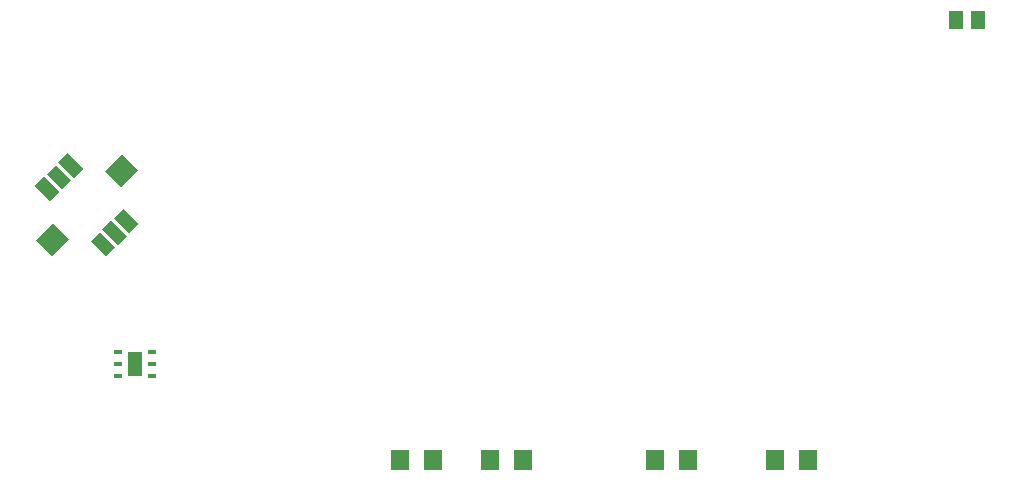
<source format=gbr>
G04 EAGLE Gerber X2 export*
%TF.Part,Single*%
%TF.FileFunction,Paste,Top*%
%TF.FilePolarity,Positive*%
%TF.GenerationSoftware,Autodesk,EAGLE,9.0.0*%
%TF.CreationDate,2018-05-04T20:30:49Z*%
G75*
%MOMM*%
%FSLAX34Y34*%
%LPD*%
%AMOC8*
5,1,8,0,0,1.08239X$1,22.5*%
G01*
%ADD10R,1.200000X2.100000*%
%ADD11R,0.800000X0.400000*%
%ADD12R,1.600000X1.800000*%
%ADD13R,1.850000X1.100000*%
%ADD14R,1.900000X2.000000*%
%ADD15R,1.300000X1.600000*%


D10*
X154940Y398780D03*
D11*
X140440Y388780D03*
X140440Y398780D03*
X140440Y408780D03*
X169440Y388780D03*
X169440Y398780D03*
X169440Y408780D03*
D12*
X407700Y317500D03*
X379700Y317500D03*
X595600Y317500D03*
X623600Y317500D03*
X483900Y317500D03*
X455900Y317500D03*
X697200Y317500D03*
X725200Y317500D03*
D13*
G36*
X103339Y556382D02*
X90259Y569462D01*
X98037Y577240D01*
X111117Y564160D01*
X103339Y556382D01*
G37*
G36*
X150362Y509359D02*
X137282Y522439D01*
X145060Y530217D01*
X158140Y517137D01*
X150362Y509359D01*
G37*
G36*
X83540Y536583D02*
X70460Y549663D01*
X78238Y557441D01*
X91318Y544361D01*
X83540Y536583D01*
G37*
G36*
X93440Y546482D02*
X80360Y559562D01*
X88138Y567340D01*
X101218Y554260D01*
X93440Y546482D01*
G37*
G36*
X130563Y489560D02*
X117483Y502640D01*
X125261Y510418D01*
X138341Y497338D01*
X130563Y489560D01*
G37*
G36*
X140462Y499460D02*
X127382Y512540D01*
X135160Y520318D01*
X148240Y507238D01*
X140462Y499460D01*
G37*
D14*
G36*
X143151Y548816D02*
X129716Y562251D01*
X143857Y576392D01*
X157292Y562957D01*
X143151Y548816D01*
G37*
G36*
X84743Y490408D02*
X71308Y503843D01*
X85449Y517984D01*
X98884Y504549D01*
X84743Y490408D01*
G37*
D15*
X869290Y689610D03*
X850290Y689610D03*
M02*

</source>
